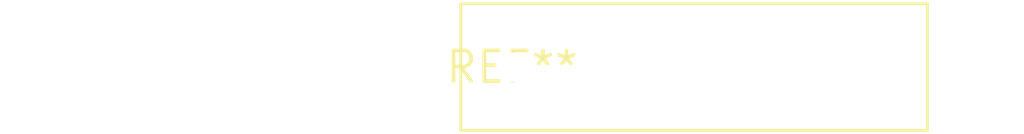
<source format=kicad_pcb>
(kicad_pcb (version 20240108) (generator pcbnew)
  (layers (0 "F.Cu" signal) (31 "B.Cu" signal) (34 "B.Paste" user) (35 "F.Paste" user) (36 "B.SilkS" user "B.Silkscreen") (37 "F.SilkS" user "F.Silkscreen") (38 "B.Mask" user) (39 "F.Mask" user) (44 "Edge.Cuts" user))
  (net 0 "")
  (footprint "C_Rect_L19.0mm_W5.0mm_P15.00mm_MKS4" (layer "F.Cu") (at 0 0)
    (property "Reference" "REF**")
    (property "Value" "C_Rect_L19.0mm_W5.0mm_P15.00mm_MKS4")
    (fp_line (start -2.12 -2.62) (end -2.12 2.62) (layer "F.SilkS") (stroke (width 0.12)))
    (fp_line (start -2.12 -2.62) (end 17.12 -2.62) (layer "F.SilkS") (stroke (width 0.12)))
    (fp_line (start -2.12 2.62) (end 17.12 2.62) (layer "F.SilkS") (stroke (width 0.12)))
    (fp_line (start 17.12 -2.62) (end 17.12 2.62) (layer "F.SilkS") (stroke (width 0.12)))
    (pad "1" thru_hole circle (at 0 0) (size 2.4 2.4) (drill 1.2) (layers *.Cu *.Mask) (remove_unused_layers))
    (pad "2" thru_hole circle (at 15 0) (size 2.4 2.4) (drill 1.2) (layers *.Cu *.Mask) (remove_unused_layers))
  )
)
</source>
